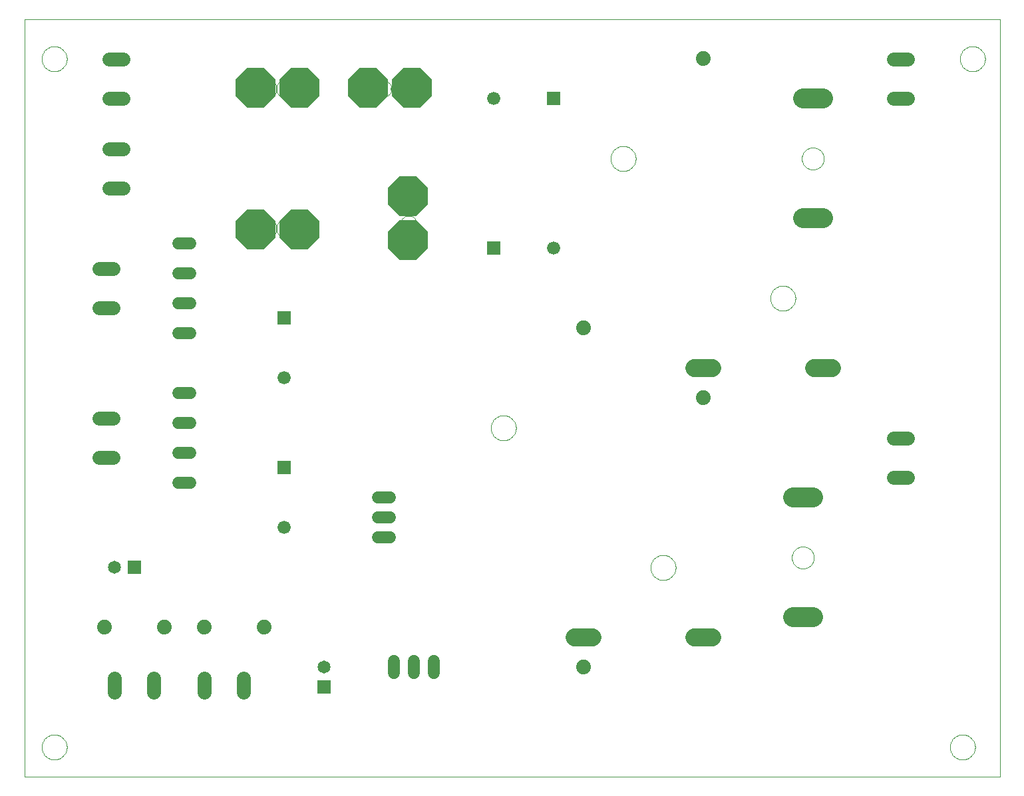
<source format=gtl>
G75*
%MOIN*%
%OFA0B0*%
%FSLAX24Y24*%
%IPPOS*%
%LPD*%
%AMOC8*
5,1,8,0,0,1.08239X$1,22.5*
%
%ADD10C,0.0000*%
%ADD11C,0.0600*%
%ADD12C,0.1000*%
%ADD13C,0.0740*%
%ADD14C,0.0700*%
%ADD15C,0.0660*%
%ADD16R,0.0650X0.0650*%
%ADD17C,0.0885*%
%ADD18OC8,0.2000*%
%ADD19C,0.0650*%
D10*
X000850Y000350D02*
X000850Y038346D01*
X049720Y038346D01*
X049720Y000350D01*
X000850Y000350D01*
X001720Y001850D02*
X001722Y001900D01*
X001728Y001950D01*
X001738Y001999D01*
X001752Y002047D01*
X001769Y002094D01*
X001790Y002139D01*
X001815Y002183D01*
X001843Y002224D01*
X001875Y002263D01*
X001909Y002300D01*
X001946Y002334D01*
X001986Y002364D01*
X002028Y002391D01*
X002072Y002415D01*
X002118Y002436D01*
X002165Y002452D01*
X002213Y002465D01*
X002263Y002474D01*
X002312Y002479D01*
X002363Y002480D01*
X002413Y002477D01*
X002462Y002470D01*
X002511Y002459D01*
X002559Y002444D01*
X002605Y002426D01*
X002650Y002404D01*
X002693Y002378D01*
X002734Y002349D01*
X002773Y002317D01*
X002809Y002282D01*
X002841Y002244D01*
X002871Y002204D01*
X002898Y002161D01*
X002921Y002117D01*
X002940Y002071D01*
X002956Y002023D01*
X002968Y001974D01*
X002976Y001925D01*
X002980Y001875D01*
X002980Y001825D01*
X002976Y001775D01*
X002968Y001726D01*
X002956Y001677D01*
X002940Y001629D01*
X002921Y001583D01*
X002898Y001539D01*
X002871Y001496D01*
X002841Y001456D01*
X002809Y001418D01*
X002773Y001383D01*
X002734Y001351D01*
X002693Y001322D01*
X002650Y001296D01*
X002605Y001274D01*
X002559Y001256D01*
X002511Y001241D01*
X002462Y001230D01*
X002413Y001223D01*
X002363Y001220D01*
X002312Y001221D01*
X002263Y001226D01*
X002213Y001235D01*
X002165Y001248D01*
X002118Y001264D01*
X002072Y001285D01*
X002028Y001309D01*
X001986Y001336D01*
X001946Y001366D01*
X001909Y001400D01*
X001875Y001437D01*
X001843Y001476D01*
X001815Y001517D01*
X001790Y001561D01*
X001769Y001606D01*
X001752Y001653D01*
X001738Y001701D01*
X001728Y001750D01*
X001722Y001800D01*
X001720Y001850D01*
X024220Y017850D02*
X024222Y017900D01*
X024228Y017950D01*
X024238Y017999D01*
X024252Y018047D01*
X024269Y018094D01*
X024290Y018139D01*
X024315Y018183D01*
X024343Y018224D01*
X024375Y018263D01*
X024409Y018300D01*
X024446Y018334D01*
X024486Y018364D01*
X024528Y018391D01*
X024572Y018415D01*
X024618Y018436D01*
X024665Y018452D01*
X024713Y018465D01*
X024763Y018474D01*
X024812Y018479D01*
X024863Y018480D01*
X024913Y018477D01*
X024962Y018470D01*
X025011Y018459D01*
X025059Y018444D01*
X025105Y018426D01*
X025150Y018404D01*
X025193Y018378D01*
X025234Y018349D01*
X025273Y018317D01*
X025309Y018282D01*
X025341Y018244D01*
X025371Y018204D01*
X025398Y018161D01*
X025421Y018117D01*
X025440Y018071D01*
X025456Y018023D01*
X025468Y017974D01*
X025476Y017925D01*
X025480Y017875D01*
X025480Y017825D01*
X025476Y017775D01*
X025468Y017726D01*
X025456Y017677D01*
X025440Y017629D01*
X025421Y017583D01*
X025398Y017539D01*
X025371Y017496D01*
X025341Y017456D01*
X025309Y017418D01*
X025273Y017383D01*
X025234Y017351D01*
X025193Y017322D01*
X025150Y017296D01*
X025105Y017274D01*
X025059Y017256D01*
X025011Y017241D01*
X024962Y017230D01*
X024913Y017223D01*
X024863Y017220D01*
X024812Y017221D01*
X024763Y017226D01*
X024713Y017235D01*
X024665Y017248D01*
X024618Y017264D01*
X024572Y017285D01*
X024528Y017309D01*
X024486Y017336D01*
X024446Y017366D01*
X024409Y017400D01*
X024375Y017437D01*
X024343Y017476D01*
X024315Y017517D01*
X024290Y017561D01*
X024269Y017606D01*
X024252Y017653D01*
X024238Y017701D01*
X024228Y017750D01*
X024222Y017800D01*
X024220Y017850D01*
X032220Y010850D02*
X032222Y010900D01*
X032228Y010950D01*
X032238Y010999D01*
X032252Y011047D01*
X032269Y011094D01*
X032290Y011139D01*
X032315Y011183D01*
X032343Y011224D01*
X032375Y011263D01*
X032409Y011300D01*
X032446Y011334D01*
X032486Y011364D01*
X032528Y011391D01*
X032572Y011415D01*
X032618Y011436D01*
X032665Y011452D01*
X032713Y011465D01*
X032763Y011474D01*
X032812Y011479D01*
X032863Y011480D01*
X032913Y011477D01*
X032962Y011470D01*
X033011Y011459D01*
X033059Y011444D01*
X033105Y011426D01*
X033150Y011404D01*
X033193Y011378D01*
X033234Y011349D01*
X033273Y011317D01*
X033309Y011282D01*
X033341Y011244D01*
X033371Y011204D01*
X033398Y011161D01*
X033421Y011117D01*
X033440Y011071D01*
X033456Y011023D01*
X033468Y010974D01*
X033476Y010925D01*
X033480Y010875D01*
X033480Y010825D01*
X033476Y010775D01*
X033468Y010726D01*
X033456Y010677D01*
X033440Y010629D01*
X033421Y010583D01*
X033398Y010539D01*
X033371Y010496D01*
X033341Y010456D01*
X033309Y010418D01*
X033273Y010383D01*
X033234Y010351D01*
X033193Y010322D01*
X033150Y010296D01*
X033105Y010274D01*
X033059Y010256D01*
X033011Y010241D01*
X032962Y010230D01*
X032913Y010223D01*
X032863Y010220D01*
X032812Y010221D01*
X032763Y010226D01*
X032713Y010235D01*
X032665Y010248D01*
X032618Y010264D01*
X032572Y010285D01*
X032528Y010309D01*
X032486Y010336D01*
X032446Y010366D01*
X032409Y010400D01*
X032375Y010437D01*
X032343Y010476D01*
X032315Y010517D01*
X032290Y010561D01*
X032269Y010606D01*
X032252Y010653D01*
X032238Y010701D01*
X032228Y010750D01*
X032222Y010800D01*
X032220Y010850D01*
X039300Y011350D02*
X039302Y011397D01*
X039308Y011443D01*
X039318Y011489D01*
X039331Y011533D01*
X039349Y011577D01*
X039370Y011618D01*
X039394Y011658D01*
X039422Y011696D01*
X039453Y011731D01*
X039487Y011763D01*
X039523Y011792D01*
X039562Y011818D01*
X039602Y011841D01*
X039645Y011860D01*
X039689Y011876D01*
X039734Y011888D01*
X039780Y011896D01*
X039827Y011900D01*
X039873Y011900D01*
X039920Y011896D01*
X039966Y011888D01*
X040011Y011876D01*
X040055Y011860D01*
X040098Y011841D01*
X040138Y011818D01*
X040177Y011792D01*
X040213Y011763D01*
X040247Y011731D01*
X040278Y011696D01*
X040306Y011658D01*
X040330Y011618D01*
X040351Y011577D01*
X040369Y011533D01*
X040382Y011489D01*
X040392Y011443D01*
X040398Y011397D01*
X040400Y011350D01*
X040398Y011303D01*
X040392Y011257D01*
X040382Y011211D01*
X040369Y011167D01*
X040351Y011123D01*
X040330Y011082D01*
X040306Y011042D01*
X040278Y011004D01*
X040247Y010969D01*
X040213Y010937D01*
X040177Y010908D01*
X040138Y010882D01*
X040098Y010859D01*
X040055Y010840D01*
X040011Y010824D01*
X039966Y010812D01*
X039920Y010804D01*
X039873Y010800D01*
X039827Y010800D01*
X039780Y010804D01*
X039734Y010812D01*
X039689Y010824D01*
X039645Y010840D01*
X039602Y010859D01*
X039562Y010882D01*
X039523Y010908D01*
X039487Y010937D01*
X039453Y010969D01*
X039422Y011004D01*
X039394Y011042D01*
X039370Y011082D01*
X039349Y011123D01*
X039331Y011167D01*
X039318Y011211D01*
X039308Y011257D01*
X039302Y011303D01*
X039300Y011350D01*
X047220Y001850D02*
X047222Y001900D01*
X047228Y001950D01*
X047238Y001999D01*
X047252Y002047D01*
X047269Y002094D01*
X047290Y002139D01*
X047315Y002183D01*
X047343Y002224D01*
X047375Y002263D01*
X047409Y002300D01*
X047446Y002334D01*
X047486Y002364D01*
X047528Y002391D01*
X047572Y002415D01*
X047618Y002436D01*
X047665Y002452D01*
X047713Y002465D01*
X047763Y002474D01*
X047812Y002479D01*
X047863Y002480D01*
X047913Y002477D01*
X047962Y002470D01*
X048011Y002459D01*
X048059Y002444D01*
X048105Y002426D01*
X048150Y002404D01*
X048193Y002378D01*
X048234Y002349D01*
X048273Y002317D01*
X048309Y002282D01*
X048341Y002244D01*
X048371Y002204D01*
X048398Y002161D01*
X048421Y002117D01*
X048440Y002071D01*
X048456Y002023D01*
X048468Y001974D01*
X048476Y001925D01*
X048480Y001875D01*
X048480Y001825D01*
X048476Y001775D01*
X048468Y001726D01*
X048456Y001677D01*
X048440Y001629D01*
X048421Y001583D01*
X048398Y001539D01*
X048371Y001496D01*
X048341Y001456D01*
X048309Y001418D01*
X048273Y001383D01*
X048234Y001351D01*
X048193Y001322D01*
X048150Y001296D01*
X048105Y001274D01*
X048059Y001256D01*
X048011Y001241D01*
X047962Y001230D01*
X047913Y001223D01*
X047863Y001220D01*
X047812Y001221D01*
X047763Y001226D01*
X047713Y001235D01*
X047665Y001248D01*
X047618Y001264D01*
X047572Y001285D01*
X047528Y001309D01*
X047486Y001336D01*
X047446Y001366D01*
X047409Y001400D01*
X047375Y001437D01*
X047343Y001476D01*
X047315Y001517D01*
X047290Y001561D01*
X047269Y001606D01*
X047252Y001653D01*
X047238Y001701D01*
X047228Y001750D01*
X047222Y001800D01*
X047220Y001850D01*
X038220Y024350D02*
X038222Y024400D01*
X038228Y024450D01*
X038238Y024499D01*
X038252Y024547D01*
X038269Y024594D01*
X038290Y024639D01*
X038315Y024683D01*
X038343Y024724D01*
X038375Y024763D01*
X038409Y024800D01*
X038446Y024834D01*
X038486Y024864D01*
X038528Y024891D01*
X038572Y024915D01*
X038618Y024936D01*
X038665Y024952D01*
X038713Y024965D01*
X038763Y024974D01*
X038812Y024979D01*
X038863Y024980D01*
X038913Y024977D01*
X038962Y024970D01*
X039011Y024959D01*
X039059Y024944D01*
X039105Y024926D01*
X039150Y024904D01*
X039193Y024878D01*
X039234Y024849D01*
X039273Y024817D01*
X039309Y024782D01*
X039341Y024744D01*
X039371Y024704D01*
X039398Y024661D01*
X039421Y024617D01*
X039440Y024571D01*
X039456Y024523D01*
X039468Y024474D01*
X039476Y024425D01*
X039480Y024375D01*
X039480Y024325D01*
X039476Y024275D01*
X039468Y024226D01*
X039456Y024177D01*
X039440Y024129D01*
X039421Y024083D01*
X039398Y024039D01*
X039371Y023996D01*
X039341Y023956D01*
X039309Y023918D01*
X039273Y023883D01*
X039234Y023851D01*
X039193Y023822D01*
X039150Y023796D01*
X039105Y023774D01*
X039059Y023756D01*
X039011Y023741D01*
X038962Y023730D01*
X038913Y023723D01*
X038863Y023720D01*
X038812Y023721D01*
X038763Y023726D01*
X038713Y023735D01*
X038665Y023748D01*
X038618Y023764D01*
X038572Y023785D01*
X038528Y023809D01*
X038486Y023836D01*
X038446Y023866D01*
X038409Y023900D01*
X038375Y023937D01*
X038343Y023976D01*
X038315Y024017D01*
X038290Y024061D01*
X038269Y024106D01*
X038252Y024153D01*
X038238Y024201D01*
X038228Y024250D01*
X038222Y024300D01*
X038220Y024350D01*
X039800Y031350D02*
X039802Y031397D01*
X039808Y031443D01*
X039818Y031489D01*
X039831Y031533D01*
X039849Y031577D01*
X039870Y031618D01*
X039894Y031658D01*
X039922Y031696D01*
X039953Y031731D01*
X039987Y031763D01*
X040023Y031792D01*
X040062Y031818D01*
X040102Y031841D01*
X040145Y031860D01*
X040189Y031876D01*
X040234Y031888D01*
X040280Y031896D01*
X040327Y031900D01*
X040373Y031900D01*
X040420Y031896D01*
X040466Y031888D01*
X040511Y031876D01*
X040555Y031860D01*
X040598Y031841D01*
X040638Y031818D01*
X040677Y031792D01*
X040713Y031763D01*
X040747Y031731D01*
X040778Y031696D01*
X040806Y031658D01*
X040830Y031618D01*
X040851Y031577D01*
X040869Y031533D01*
X040882Y031489D01*
X040892Y031443D01*
X040898Y031397D01*
X040900Y031350D01*
X040898Y031303D01*
X040892Y031257D01*
X040882Y031211D01*
X040869Y031167D01*
X040851Y031123D01*
X040830Y031082D01*
X040806Y031042D01*
X040778Y031004D01*
X040747Y030969D01*
X040713Y030937D01*
X040677Y030908D01*
X040638Y030882D01*
X040598Y030859D01*
X040555Y030840D01*
X040511Y030824D01*
X040466Y030812D01*
X040420Y030804D01*
X040373Y030800D01*
X040327Y030800D01*
X040280Y030804D01*
X040234Y030812D01*
X040189Y030824D01*
X040145Y030840D01*
X040102Y030859D01*
X040062Y030882D01*
X040023Y030908D01*
X039987Y030937D01*
X039953Y030969D01*
X039922Y031004D01*
X039894Y031042D01*
X039870Y031082D01*
X039849Y031123D01*
X039831Y031167D01*
X039818Y031211D01*
X039808Y031257D01*
X039802Y031303D01*
X039800Y031350D01*
X030220Y031350D02*
X030222Y031400D01*
X030228Y031450D01*
X030238Y031499D01*
X030252Y031547D01*
X030269Y031594D01*
X030290Y031639D01*
X030315Y031683D01*
X030343Y031724D01*
X030375Y031763D01*
X030409Y031800D01*
X030446Y031834D01*
X030486Y031864D01*
X030528Y031891D01*
X030572Y031915D01*
X030618Y031936D01*
X030665Y031952D01*
X030713Y031965D01*
X030763Y031974D01*
X030812Y031979D01*
X030863Y031980D01*
X030913Y031977D01*
X030962Y031970D01*
X031011Y031959D01*
X031059Y031944D01*
X031105Y031926D01*
X031150Y031904D01*
X031193Y031878D01*
X031234Y031849D01*
X031273Y031817D01*
X031309Y031782D01*
X031341Y031744D01*
X031371Y031704D01*
X031398Y031661D01*
X031421Y031617D01*
X031440Y031571D01*
X031456Y031523D01*
X031468Y031474D01*
X031476Y031425D01*
X031480Y031375D01*
X031480Y031325D01*
X031476Y031275D01*
X031468Y031226D01*
X031456Y031177D01*
X031440Y031129D01*
X031421Y031083D01*
X031398Y031039D01*
X031371Y030996D01*
X031341Y030956D01*
X031309Y030918D01*
X031273Y030883D01*
X031234Y030851D01*
X031193Y030822D01*
X031150Y030796D01*
X031105Y030774D01*
X031059Y030756D01*
X031011Y030741D01*
X030962Y030730D01*
X030913Y030723D01*
X030863Y030720D01*
X030812Y030721D01*
X030763Y030726D01*
X030713Y030735D01*
X030665Y030748D01*
X030618Y030764D01*
X030572Y030785D01*
X030528Y030809D01*
X030486Y030836D01*
X030446Y030866D01*
X030409Y030900D01*
X030375Y030937D01*
X030343Y030976D01*
X030315Y031017D01*
X030290Y031061D01*
X030269Y031106D01*
X030252Y031153D01*
X030238Y031201D01*
X030228Y031250D01*
X030222Y031300D01*
X030220Y031350D01*
X019706Y028850D02*
X019708Y028889D01*
X019714Y028928D01*
X019724Y028966D01*
X019737Y029003D01*
X019754Y029038D01*
X019774Y029072D01*
X019798Y029103D01*
X019825Y029132D01*
X019854Y029158D01*
X019886Y029181D01*
X019920Y029201D01*
X019956Y029217D01*
X019993Y029229D01*
X020032Y029238D01*
X020071Y029243D01*
X020110Y029244D01*
X020149Y029241D01*
X020188Y029234D01*
X020225Y029223D01*
X020262Y029209D01*
X020297Y029191D01*
X020330Y029170D01*
X020361Y029145D01*
X020389Y029118D01*
X020414Y029088D01*
X020436Y029055D01*
X020455Y029021D01*
X020470Y028985D01*
X020482Y028947D01*
X020490Y028909D01*
X020494Y028870D01*
X020494Y028830D01*
X020490Y028791D01*
X020482Y028753D01*
X020470Y028715D01*
X020455Y028679D01*
X020436Y028645D01*
X020414Y028612D01*
X020389Y028582D01*
X020361Y028555D01*
X020330Y028530D01*
X020297Y028509D01*
X020262Y028491D01*
X020225Y028477D01*
X020188Y028466D01*
X020149Y028459D01*
X020110Y028456D01*
X020071Y028457D01*
X020032Y028462D01*
X019993Y028471D01*
X019956Y028483D01*
X019920Y028499D01*
X019886Y028519D01*
X019854Y028542D01*
X019825Y028568D01*
X019798Y028597D01*
X019774Y028628D01*
X019754Y028662D01*
X019737Y028697D01*
X019724Y028734D01*
X019714Y028772D01*
X019708Y028811D01*
X019706Y028850D01*
X019706Y028100D02*
X019708Y028139D01*
X019714Y028178D01*
X019724Y028216D01*
X019737Y028253D01*
X019754Y028288D01*
X019774Y028322D01*
X019798Y028353D01*
X019825Y028382D01*
X019854Y028408D01*
X019886Y028431D01*
X019920Y028451D01*
X019956Y028467D01*
X019993Y028479D01*
X020032Y028488D01*
X020071Y028493D01*
X020110Y028494D01*
X020149Y028491D01*
X020188Y028484D01*
X020225Y028473D01*
X020262Y028459D01*
X020297Y028441D01*
X020330Y028420D01*
X020361Y028395D01*
X020389Y028368D01*
X020414Y028338D01*
X020436Y028305D01*
X020455Y028271D01*
X020470Y028235D01*
X020482Y028197D01*
X020490Y028159D01*
X020494Y028120D01*
X020494Y028080D01*
X020490Y028041D01*
X020482Y028003D01*
X020470Y027965D01*
X020455Y027929D01*
X020436Y027895D01*
X020414Y027862D01*
X020389Y027832D01*
X020361Y027805D01*
X020330Y027780D01*
X020297Y027759D01*
X020262Y027741D01*
X020225Y027727D01*
X020188Y027716D01*
X020149Y027709D01*
X020110Y027706D01*
X020071Y027707D01*
X020032Y027712D01*
X019993Y027721D01*
X019956Y027733D01*
X019920Y027749D01*
X019886Y027769D01*
X019854Y027792D01*
X019825Y027818D01*
X019798Y027847D01*
X019774Y027878D01*
X019754Y027912D01*
X019737Y027947D01*
X019724Y027984D01*
X019714Y028022D01*
X019708Y028061D01*
X019706Y028100D01*
X013456Y027850D02*
X013458Y027889D01*
X013464Y027928D01*
X013474Y027966D01*
X013487Y028003D01*
X013504Y028038D01*
X013524Y028072D01*
X013548Y028103D01*
X013575Y028132D01*
X013604Y028158D01*
X013636Y028181D01*
X013670Y028201D01*
X013706Y028217D01*
X013743Y028229D01*
X013782Y028238D01*
X013821Y028243D01*
X013860Y028244D01*
X013899Y028241D01*
X013938Y028234D01*
X013975Y028223D01*
X014012Y028209D01*
X014047Y028191D01*
X014080Y028170D01*
X014111Y028145D01*
X014139Y028118D01*
X014164Y028088D01*
X014186Y028055D01*
X014205Y028021D01*
X014220Y027985D01*
X014232Y027947D01*
X014240Y027909D01*
X014244Y027870D01*
X014244Y027830D01*
X014240Y027791D01*
X014232Y027753D01*
X014220Y027715D01*
X014205Y027679D01*
X014186Y027645D01*
X014164Y027612D01*
X014139Y027582D01*
X014111Y027555D01*
X014080Y027530D01*
X014047Y027509D01*
X014012Y027491D01*
X013975Y027477D01*
X013938Y027466D01*
X013899Y027459D01*
X013860Y027456D01*
X013821Y027457D01*
X013782Y027462D01*
X013743Y027471D01*
X013706Y027483D01*
X013670Y027499D01*
X013636Y027519D01*
X013604Y027542D01*
X013575Y027568D01*
X013548Y027597D01*
X013524Y027628D01*
X013504Y027662D01*
X013487Y027697D01*
X013474Y027734D01*
X013464Y027772D01*
X013458Y027811D01*
X013456Y027850D01*
X012706Y027850D02*
X012708Y027889D01*
X012714Y027928D01*
X012724Y027966D01*
X012737Y028003D01*
X012754Y028038D01*
X012774Y028072D01*
X012798Y028103D01*
X012825Y028132D01*
X012854Y028158D01*
X012886Y028181D01*
X012920Y028201D01*
X012956Y028217D01*
X012993Y028229D01*
X013032Y028238D01*
X013071Y028243D01*
X013110Y028244D01*
X013149Y028241D01*
X013188Y028234D01*
X013225Y028223D01*
X013262Y028209D01*
X013297Y028191D01*
X013330Y028170D01*
X013361Y028145D01*
X013389Y028118D01*
X013414Y028088D01*
X013436Y028055D01*
X013455Y028021D01*
X013470Y027985D01*
X013482Y027947D01*
X013490Y027909D01*
X013494Y027870D01*
X013494Y027830D01*
X013490Y027791D01*
X013482Y027753D01*
X013470Y027715D01*
X013455Y027679D01*
X013436Y027645D01*
X013414Y027612D01*
X013389Y027582D01*
X013361Y027555D01*
X013330Y027530D01*
X013297Y027509D01*
X013262Y027491D01*
X013225Y027477D01*
X013188Y027466D01*
X013149Y027459D01*
X013110Y027456D01*
X013071Y027457D01*
X013032Y027462D01*
X012993Y027471D01*
X012956Y027483D01*
X012920Y027499D01*
X012886Y027519D01*
X012854Y027542D01*
X012825Y027568D01*
X012798Y027597D01*
X012774Y027628D01*
X012754Y027662D01*
X012737Y027697D01*
X012724Y027734D01*
X012714Y027772D01*
X012708Y027811D01*
X012706Y027850D01*
X012706Y034850D02*
X012708Y034889D01*
X012714Y034928D01*
X012724Y034966D01*
X012737Y035003D01*
X012754Y035038D01*
X012774Y035072D01*
X012798Y035103D01*
X012825Y035132D01*
X012854Y035158D01*
X012886Y035181D01*
X012920Y035201D01*
X012956Y035217D01*
X012993Y035229D01*
X013032Y035238D01*
X013071Y035243D01*
X013110Y035244D01*
X013149Y035241D01*
X013188Y035234D01*
X013225Y035223D01*
X013262Y035209D01*
X013297Y035191D01*
X013330Y035170D01*
X013361Y035145D01*
X013389Y035118D01*
X013414Y035088D01*
X013436Y035055D01*
X013455Y035021D01*
X013470Y034985D01*
X013482Y034947D01*
X013490Y034909D01*
X013494Y034870D01*
X013494Y034830D01*
X013490Y034791D01*
X013482Y034753D01*
X013470Y034715D01*
X013455Y034679D01*
X013436Y034645D01*
X013414Y034612D01*
X013389Y034582D01*
X013361Y034555D01*
X013330Y034530D01*
X013297Y034509D01*
X013262Y034491D01*
X013225Y034477D01*
X013188Y034466D01*
X013149Y034459D01*
X013110Y034456D01*
X013071Y034457D01*
X013032Y034462D01*
X012993Y034471D01*
X012956Y034483D01*
X012920Y034499D01*
X012886Y034519D01*
X012854Y034542D01*
X012825Y034568D01*
X012798Y034597D01*
X012774Y034628D01*
X012754Y034662D01*
X012737Y034697D01*
X012724Y034734D01*
X012714Y034772D01*
X012708Y034811D01*
X012706Y034850D01*
X013456Y034850D02*
X013458Y034889D01*
X013464Y034928D01*
X013474Y034966D01*
X013487Y035003D01*
X013504Y035038D01*
X013524Y035072D01*
X013548Y035103D01*
X013575Y035132D01*
X013604Y035158D01*
X013636Y035181D01*
X013670Y035201D01*
X013706Y035217D01*
X013743Y035229D01*
X013782Y035238D01*
X013821Y035243D01*
X013860Y035244D01*
X013899Y035241D01*
X013938Y035234D01*
X013975Y035223D01*
X014012Y035209D01*
X014047Y035191D01*
X014080Y035170D01*
X014111Y035145D01*
X014139Y035118D01*
X014164Y035088D01*
X014186Y035055D01*
X014205Y035021D01*
X014220Y034985D01*
X014232Y034947D01*
X014240Y034909D01*
X014244Y034870D01*
X014244Y034830D01*
X014240Y034791D01*
X014232Y034753D01*
X014220Y034715D01*
X014205Y034679D01*
X014186Y034645D01*
X014164Y034612D01*
X014139Y034582D01*
X014111Y034555D01*
X014080Y034530D01*
X014047Y034509D01*
X014012Y034491D01*
X013975Y034477D01*
X013938Y034466D01*
X013899Y034459D01*
X013860Y034456D01*
X013821Y034457D01*
X013782Y034462D01*
X013743Y034471D01*
X013706Y034483D01*
X013670Y034499D01*
X013636Y034519D01*
X013604Y034542D01*
X013575Y034568D01*
X013548Y034597D01*
X013524Y034628D01*
X013504Y034662D01*
X013487Y034697D01*
X013474Y034734D01*
X013464Y034772D01*
X013458Y034811D01*
X013456Y034850D01*
X018456Y034850D02*
X018458Y034889D01*
X018464Y034928D01*
X018474Y034966D01*
X018487Y035003D01*
X018504Y035038D01*
X018524Y035072D01*
X018548Y035103D01*
X018575Y035132D01*
X018604Y035158D01*
X018636Y035181D01*
X018670Y035201D01*
X018706Y035217D01*
X018743Y035229D01*
X018782Y035238D01*
X018821Y035243D01*
X018860Y035244D01*
X018899Y035241D01*
X018938Y035234D01*
X018975Y035223D01*
X019012Y035209D01*
X019047Y035191D01*
X019080Y035170D01*
X019111Y035145D01*
X019139Y035118D01*
X019164Y035088D01*
X019186Y035055D01*
X019205Y035021D01*
X019220Y034985D01*
X019232Y034947D01*
X019240Y034909D01*
X019244Y034870D01*
X019244Y034830D01*
X019240Y034791D01*
X019232Y034753D01*
X019220Y034715D01*
X019205Y034679D01*
X019186Y034645D01*
X019164Y034612D01*
X019139Y034582D01*
X019111Y034555D01*
X019080Y034530D01*
X019047Y034509D01*
X019012Y034491D01*
X018975Y034477D01*
X018938Y034466D01*
X018899Y034459D01*
X018860Y034456D01*
X018821Y034457D01*
X018782Y034462D01*
X018743Y034471D01*
X018706Y034483D01*
X018670Y034499D01*
X018636Y034519D01*
X018604Y034542D01*
X018575Y034568D01*
X018548Y034597D01*
X018524Y034628D01*
X018504Y034662D01*
X018487Y034697D01*
X018474Y034734D01*
X018464Y034772D01*
X018458Y034811D01*
X018456Y034850D01*
X019206Y034850D02*
X019208Y034889D01*
X019214Y034928D01*
X019224Y034966D01*
X019237Y035003D01*
X019254Y035038D01*
X019274Y035072D01*
X019298Y035103D01*
X019325Y035132D01*
X019354Y035158D01*
X019386Y035181D01*
X019420Y035201D01*
X019456Y035217D01*
X019493Y035229D01*
X019532Y035238D01*
X019571Y035243D01*
X019610Y035244D01*
X019649Y035241D01*
X019688Y035234D01*
X019725Y035223D01*
X019762Y035209D01*
X019797Y035191D01*
X019830Y035170D01*
X019861Y035145D01*
X019889Y035118D01*
X019914Y035088D01*
X019936Y035055D01*
X019955Y035021D01*
X019970Y034985D01*
X019982Y034947D01*
X019990Y034909D01*
X019994Y034870D01*
X019994Y034830D01*
X019990Y034791D01*
X019982Y034753D01*
X019970Y034715D01*
X019955Y034679D01*
X019936Y034645D01*
X019914Y034612D01*
X019889Y034582D01*
X019861Y034555D01*
X019830Y034530D01*
X019797Y034509D01*
X019762Y034491D01*
X019725Y034477D01*
X019688Y034466D01*
X019649Y034459D01*
X019610Y034456D01*
X019571Y034457D01*
X019532Y034462D01*
X019493Y034471D01*
X019456Y034483D01*
X019420Y034499D01*
X019386Y034519D01*
X019354Y034542D01*
X019325Y034568D01*
X019298Y034597D01*
X019274Y034628D01*
X019254Y034662D01*
X019237Y034697D01*
X019224Y034734D01*
X019214Y034772D01*
X019208Y034811D01*
X019206Y034850D01*
X001720Y036350D02*
X001722Y036400D01*
X001728Y036450D01*
X001738Y036499D01*
X001752Y036547D01*
X001769Y036594D01*
X001790Y036639D01*
X001815Y036683D01*
X001843Y036724D01*
X001875Y036763D01*
X001909Y036800D01*
X001946Y036834D01*
X001986Y036864D01*
X002028Y036891D01*
X002072Y036915D01*
X002118Y036936D01*
X002165Y036952D01*
X002213Y036965D01*
X002263Y036974D01*
X002312Y036979D01*
X002363Y036980D01*
X002413Y036977D01*
X002462Y036970D01*
X002511Y036959D01*
X002559Y036944D01*
X002605Y036926D01*
X002650Y036904D01*
X002693Y036878D01*
X002734Y036849D01*
X002773Y036817D01*
X002809Y036782D01*
X002841Y036744D01*
X002871Y036704D01*
X002898Y036661D01*
X002921Y036617D01*
X002940Y036571D01*
X002956Y036523D01*
X002968Y036474D01*
X002976Y036425D01*
X002980Y036375D01*
X002980Y036325D01*
X002976Y036275D01*
X002968Y036226D01*
X002956Y036177D01*
X002940Y036129D01*
X002921Y036083D01*
X002898Y036039D01*
X002871Y035996D01*
X002841Y035956D01*
X002809Y035918D01*
X002773Y035883D01*
X002734Y035851D01*
X002693Y035822D01*
X002650Y035796D01*
X002605Y035774D01*
X002559Y035756D01*
X002511Y035741D01*
X002462Y035730D01*
X002413Y035723D01*
X002363Y035720D01*
X002312Y035721D01*
X002263Y035726D01*
X002213Y035735D01*
X002165Y035748D01*
X002118Y035764D01*
X002072Y035785D01*
X002028Y035809D01*
X001986Y035836D01*
X001946Y035866D01*
X001909Y035900D01*
X001875Y035937D01*
X001843Y035976D01*
X001815Y036017D01*
X001790Y036061D01*
X001769Y036106D01*
X001752Y036153D01*
X001738Y036201D01*
X001728Y036250D01*
X001722Y036300D01*
X001720Y036350D01*
X047720Y036350D02*
X047722Y036400D01*
X047728Y036450D01*
X047738Y036499D01*
X047752Y036547D01*
X047769Y036594D01*
X047790Y036639D01*
X047815Y036683D01*
X047843Y036724D01*
X047875Y036763D01*
X047909Y036800D01*
X047946Y036834D01*
X047986Y036864D01*
X048028Y036891D01*
X048072Y036915D01*
X048118Y036936D01*
X048165Y036952D01*
X048213Y036965D01*
X048263Y036974D01*
X048312Y036979D01*
X048363Y036980D01*
X048413Y036977D01*
X048462Y036970D01*
X048511Y036959D01*
X048559Y036944D01*
X048605Y036926D01*
X048650Y036904D01*
X048693Y036878D01*
X048734Y036849D01*
X048773Y036817D01*
X048809Y036782D01*
X048841Y036744D01*
X048871Y036704D01*
X048898Y036661D01*
X048921Y036617D01*
X048940Y036571D01*
X048956Y036523D01*
X048968Y036474D01*
X048976Y036425D01*
X048980Y036375D01*
X048980Y036325D01*
X048976Y036275D01*
X048968Y036226D01*
X048956Y036177D01*
X048940Y036129D01*
X048921Y036083D01*
X048898Y036039D01*
X048871Y035996D01*
X048841Y035956D01*
X048809Y035918D01*
X048773Y035883D01*
X048734Y035851D01*
X048693Y035822D01*
X048650Y035796D01*
X048605Y035774D01*
X048559Y035756D01*
X048511Y035741D01*
X048462Y035730D01*
X048413Y035723D01*
X048363Y035720D01*
X048312Y035721D01*
X048263Y035726D01*
X048213Y035735D01*
X048165Y035748D01*
X048118Y035764D01*
X048072Y035785D01*
X048028Y035809D01*
X047986Y035836D01*
X047946Y035866D01*
X047909Y035900D01*
X047875Y035937D01*
X047843Y035976D01*
X047815Y036017D01*
X047790Y036061D01*
X047769Y036106D01*
X047752Y036153D01*
X047738Y036201D01*
X047728Y036250D01*
X047722Y036300D01*
X047720Y036350D01*
D11*
X019150Y014350D02*
X018550Y014350D01*
X018550Y013350D02*
X019150Y013350D01*
X019150Y012350D02*
X018550Y012350D01*
X019350Y006150D02*
X019350Y005550D01*
X020350Y005550D02*
X020350Y006150D01*
X021350Y006150D02*
X021350Y005550D01*
X009150Y015100D02*
X008550Y015100D01*
X008550Y016600D02*
X009150Y016600D01*
X009150Y018100D02*
X008550Y018100D01*
X008550Y019600D02*
X009150Y019600D01*
X009150Y022600D02*
X008550Y022600D01*
X008550Y024100D02*
X009150Y024100D01*
X009150Y025600D02*
X008550Y025600D01*
X008550Y027100D02*
X009150Y027100D01*
D12*
X039350Y014350D02*
X040350Y014350D01*
X040350Y008350D02*
X039350Y008350D01*
X039850Y028350D02*
X040850Y028350D01*
X040850Y034350D02*
X039850Y034350D01*
D13*
X034850Y036350D03*
X028850Y022850D03*
X034850Y019350D03*
X028850Y005850D03*
X012850Y007850D03*
X009850Y007850D03*
X007850Y007850D03*
X004850Y007850D03*
D14*
X005366Y005306D02*
X005366Y004606D01*
X007334Y004606D02*
X007334Y005306D01*
X009866Y005306D02*
X009866Y004606D01*
X011834Y004606D02*
X011834Y005306D01*
X005306Y016366D02*
X004606Y016366D01*
X004606Y018334D02*
X005306Y018334D01*
X005306Y023866D02*
X004606Y023866D01*
X004606Y025834D02*
X005306Y025834D01*
X005106Y029866D02*
X005806Y029866D01*
X005806Y031834D02*
X005106Y031834D01*
X005106Y034366D02*
X005806Y034366D01*
X005806Y036334D02*
X005106Y036334D01*
X044394Y036334D02*
X045094Y036334D01*
X045094Y034366D02*
X044394Y034366D01*
X044394Y017334D02*
X045094Y017334D01*
X045094Y015366D02*
X044394Y015366D01*
D15*
X027350Y026850D03*
X024350Y034350D03*
X013850Y020350D03*
X013850Y012850D03*
D16*
X013850Y015850D03*
X006350Y010850D03*
X015850Y004850D03*
X013850Y023350D03*
X024350Y026850D03*
X027350Y034350D03*
D17*
X034408Y020850D02*
X035293Y020850D01*
X040408Y020850D02*
X041293Y020850D01*
X035293Y007350D02*
X034408Y007350D01*
X029293Y007350D02*
X028408Y007350D01*
D18*
X020070Y027280D03*
X020070Y029480D03*
X014640Y027790D03*
X012440Y027790D03*
X012440Y034910D03*
X014640Y034910D03*
X018060Y034910D03*
X020260Y034910D03*
D19*
X005350Y010850D03*
X015850Y005850D03*
M02*

</source>
